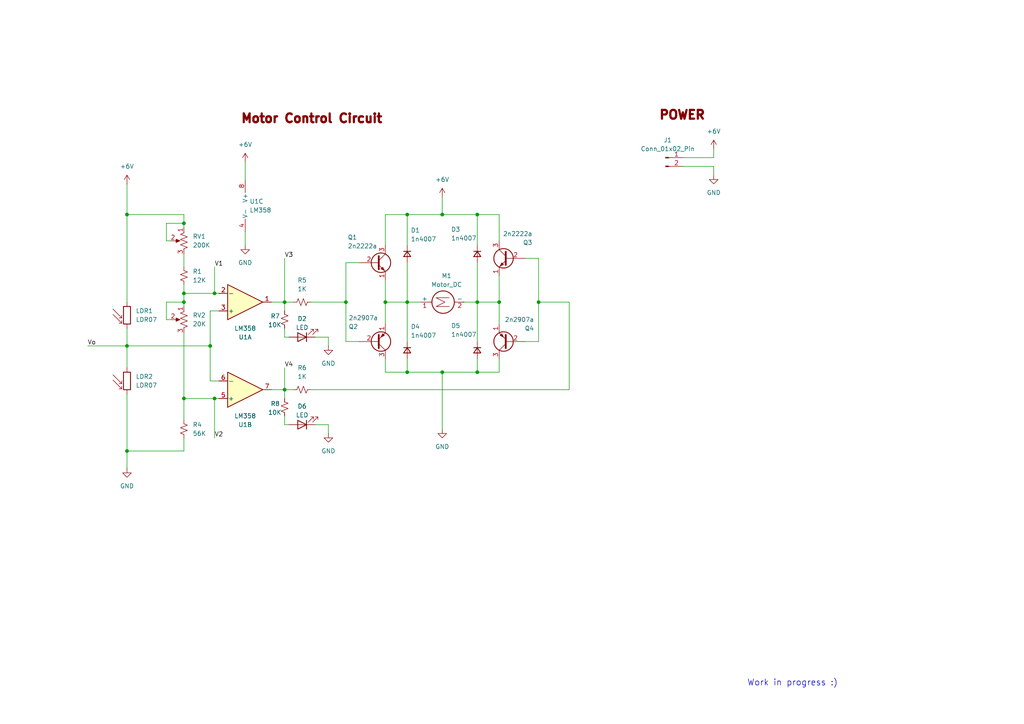
<source format=kicad_sch>
(kicad_sch (version 20231120) (generator "eeschema") (generator_version "8.0")
  (paper "A4")
  (lib_symbols
    (symbol "Amplifier_Operational:LM358" (pin_names (offset 0.127))
      (property "Reference" "U" (at 0 5.08 0))
      (property "Value" "LM358" (at 0 -5.08 0))
      (symbol "LM358_1_1"
        (polyline (pts (xy -5.08 5.08) (xy 5.08 0) (xy -5.08 -5.08) (xy -5.08 5.08)) (stroke (width 0.254)) (fill (type background)))
        (pin output line (at 7.62 0 180) (length 2.54) (name "~") (number "1"))
        (pin input line (at -7.62 -2.54 0) (length 2.54) (name "-") (number "2"))
        (pin input line (at -7.62 2.54 0) (length 2.54) (name "+") (number "3"))
      )
      (symbol "LM358_2_1"
        (polyline (pts (xy -5.08 5.08) (xy 5.08 0) (xy -5.08 -5.08) (xy -5.08 5.08)) (stroke (width 0.254)) (fill (type background)))
        (pin input line (at -7.62 2.54 0) (length 2.54) (name "+") (number "5"))
        (pin input line (at -7.62 -2.54 0) (length 2.54) (name "-") (number "6"))
        (pin output line (at 7.62 0 180) (length 2.54) (name "~") (number "7"))
      )
      (symbol "LM358_3_1"
        (pin power_in line (at -2.54 -7.62 90) (length 3.81) (name "V-") (number "4"))
        (pin power_in line (at -2.54 7.62 270) (length 3.81) (name "V+") (number "8"))
      )
    )
    (symbol "Connector:Conn_01x02_Pin" (pin_names (offset 1.016) hide)
      (property "Reference" "J" (at 0 2.54 0))
      (property "Value" "Conn_01x02_Pin" (at 0 -5.08 0))
      (symbol "Conn_01x02_Pin_1_1"
        (polyline (pts (xy 1.27 -2.54) (xy 0.8636 -2.54)) (stroke (width 0.1524)))
        (polyline (pts (xy 1.27 0) (xy 0.8636 0)) (stroke (width 0.1524)))
        (rectangle (start 0.8636 -2.413) (end 0 -2.667) (stroke (width 0.1524)) (fill (type outline)))
        (rectangle (start 0.8636 0.127) (end 0 -0.127) (stroke (width 0.1524)) (fill (type outline)))
        (pin passive line (at 5.08 0 180) (length 3.81) (name "Pin_1") (number "1"))
        (pin passive line (at 5.08 -2.54 180) (length 3.81) (name "Pin_2") (number "2"))
      )
    )
    (symbol "Device:D_Small" (pin_numbers hide) (pin_names (offset 0.254) hide)
      (property "Reference" "D" (at -1.27 2.032 0))
      (property "Value" "D_Small" (at -3.81 -2.032 0))
      (symbol "D_Small_0_1"
        (polyline (pts (xy -0.762 -1.016) (xy -0.762 1.016)) (stroke (width 0.254)))
        (polyline (pts (xy -0.762 0) (xy 0.762 0)))
        (polyline (pts (xy 0.762 -1.016) (xy -0.762 0) (xy 0.762 1.016) (xy 0.762 -1.016)) (stroke (width 0.254)))
      )
      (symbol "D_Small_1_1"
        (pin passive line (at -2.54 0 0) (length 1.778) (name "K") (number "1"))
        (pin passive line (at 2.54 0 180) (length 1.778) (name "A") (number "2"))
      )
    )
    (symbol "Device:LED" (pin_numbers hide) (pin_names (offset 1.016) hide)
      (property "Reference" "D" (at 0 2.54 0))
      (property "Value" "LED" (at 0 -2.54 0))
      (symbol "LED_0_1"
        (polyline (pts (xy -1.27 -1.27) (xy -1.27 1.27)) (stroke (width 0.254)))
        (polyline (pts (xy -1.27 0) (xy 1.27 0)))
        (polyline (pts (xy 1.27 -1.27) (xy 1.27 1.27) (xy -1.27 0) (xy 1.27 -1.27)) (stroke (width 0.254)))
        (polyline (pts (xy -3.048 -0.762) (xy -4.572 -2.286) (xy -3.81 -2.286) (xy -4.572 -2.286) (xy -4.572 -1.524)))
        (polyline (pts (xy -1.778 -0.762) (xy -3.302 -2.286) (xy -2.54 -2.286) (xy -3.302 -2.286) (xy -3.302 -1.524)))
      )
      (symbol "LED_1_1"
        (pin passive line (at -3.81 0 0) (length 2.54) (name "K") (number "1"))
        (pin passive line (at 3.81 0 180) (length 2.54) (name "A") (number "2"))
      )
    )
    (symbol "Device:Q_NPN_EBC" (pin_names (offset 0) hide)
      (property "Reference" "Q" (at 5.08 1.27 0))
      (property "Value" "Q_NPN_EBC" (at 5.08 -1.27 0))
      (symbol "Q_NPN_EBC_0_1"
        (polyline (pts (xy 0.635 0.635) (xy 2.54 2.54)))
        (polyline (pts (xy 0.635 -0.635) (xy 2.54 -2.54) (xy 2.54 -2.54)))
        (polyline (pts (xy 0.635 1.905) (xy 0.635 -1.905) (xy 0.635 -1.905)) (stroke (width 0.508)))
        (polyline (pts (xy 1.27 -1.778) (xy 1.778 -1.27) (xy 2.286 -2.286) (xy 1.27 -1.778) (xy 1.27 -1.778)) (fill (type outline)))
        (circle (center 1.27 0) (radius 2.8194) (stroke (width 0.254)))
      )
      (symbol "Q_NPN_EBC_1_1"
        (pin passive line (at 2.54 -5.08 90) (length 2.54) (name "E") (number "1"))
        (pin passive line (at -5.08 0 0) (length 5.715) (name "B") (number "2"))
        (pin passive line (at 2.54 5.08 270) (length 2.54) (name "C") (number "3"))
      )
    )
    (symbol "Device:Q_PNP_EBC" (pin_names (offset 0) hide)
      (property "Reference" "Q" (at 5.08 1.27 0))
      (property "Value" "Q_PNP_EBC" (at 5.08 -1.27 0))
      (symbol "Q_PNP_EBC_0_1"
        (polyline (pts (xy 0.635 0.635) (xy 2.54 2.54)))
        (polyline (pts (xy 0.635 -0.635) (xy 2.54 -2.54) (xy 2.54 -2.54)))
        (polyline (pts (xy 0.635 1.905) (xy 0.635 -1.905) (xy 0.635 -1.905)) (stroke (width 0.508)))
        (polyline (pts (xy 2.286 -1.778) (xy 1.778 -2.286) (xy 1.27 -1.27) (xy 2.286 -1.778) (xy 2.286 -1.778)) (fill (type outline)))
        (circle (center 1.27 0) (radius 2.8194) (stroke (width 0.254)))
      )
      (symbol "Q_PNP_EBC_1_1"
        (pin passive line (at 2.54 -5.08 90) (length 2.54) (name "E") (number "1"))
        (pin input line (at -5.08 0 0) (length 5.715) (name "B") (number "2"))
        (pin passive line (at 2.54 5.08 270) (length 2.54) (name "C") (number "3"))
      )
    )
    (symbol "Device:R_Potentiometer_US" (pin_names (offset 1.016) hide)
      (property "Reference" "RV" (at -4.445 0 90))
      (property "Value" "R_Potentiometer_US" (at -2.54 0 90))
      (symbol "R_Potentiometer_US_0_1"
        (polyline (pts (xy 0 -2.286) (xy 0 -2.54)))
        (polyline (pts (xy 0 2.54) (xy 0 2.286)))
        (polyline (pts (xy 2.54 0) (xy 1.524 0)))
        (polyline (pts (xy 1.143 0) (xy 2.286 0.508) (xy 2.286 -0.508) (xy 1.143 0)) (fill (type outline)))
        (polyline (pts (xy 0 -0.762) (xy 1.016 -1.143) (xy 0 -1.524) (xy -1.016 -1.905) (xy 0 -2.286)))
        (polyline (pts (xy 0 0.762) (xy 1.016 0.381) (xy 0 0) (xy -1.016 -0.381) (xy 0 -0.762)))
        (polyline (pts (xy 0 2.286) (xy 1.016 1.905) (xy 0 1.524) (xy -1.016 1.143) (xy 0 0.762)))
      )
      (symbol "R_Potentiometer_US_1_1"
        (pin passive line (at 0 3.81 270) (length 1.27) (name "1") (number "1"))
        (pin passive line (at 3.81 0 180) (length 1.27) (name "2") (number "2"))
        (pin passive line (at 0 -3.81 90) (length 1.27) (name "3") (number "3"))
      )
    )
    (symbol "Device:R_Small_US" (pin_numbers hide) (pin_names (offset 0.254) hide)
      (property "Reference" "R" (at 0.762 0.508 0))
      (property "Value" "R_Small_US" (at 0.762 -1.016 0))
      (symbol "R_Small_US_1_1"
        (polyline (pts (xy 0 0) (xy 1.016 -0.381) (xy 0 -0.762) (xy -1.016 -1.143) (xy 0 -1.524)))
        (polyline (pts (xy 0 1.524) (xy 1.016 1.143) (xy 0 0.762) (xy -1.016 0.381) (xy 0 0)))
        (pin passive line (at 0 2.54 270) (length 1.016) (name "~") (number "1"))
        (pin passive line (at 0 -2.54 90) (length 1.016) (name "~") (number "2"))
      )
    )
    (symbol "Motor:Motor_DC" (pin_names (offset 0))
      (property "Reference" "M" (at 2.54 2.54 0))
      (property "Value" "Motor_DC" (at 2.54 -5.08 0))
      (symbol "Motor_DC_0_0"
        (polyline (pts (xy -1.27 -3.302) (xy -1.27 0.508) (xy 0 -2.032) (xy 1.27 0.508) (xy 1.27 -3.302)))
      )
      (symbol "Motor_DC_0_1"
        (circle (center 0 -1.524) (radius 3.2512) (stroke (width 0.254)))
        (polyline (pts (xy 0 -7.62) (xy 0 -7.112)))
        (polyline (pts (xy 0 -4.7752) (xy 0 -5.1816)))
        (polyline (pts (xy 0 1.7272) (xy 0 2.0828)))
        (polyline (pts (xy 0 2.032) (xy 0 2.54)))
      )
      (symbol "Motor_DC_1_1"
        (pin passive line (at 0 5.08 270) (length 2.54) (name "+") (number "1"))
        (pin passive line (at 0 -7.62 90) (length 2.54) (name "-") (number "2"))
      )
    )
    (symbol "Sensor_Optical:LDR07" (pin_numbers hide) (pin_names (offset 0))
      (property "Reference" "R" (at -5.08 0 90))
      (property "Value" "LDR07" (at 1.905 0 90))
      (symbol "LDR07_0_1"
        (rectangle (start -1.016 2.54) (end 1.016 -2.54) (stroke (width 0.254)))
        (polyline (pts (xy -1.524 -2.286) (xy -4.064 0.254)))
        (polyline (pts (xy -1.524 -2.286) (xy -2.286 -2.286)))
        (polyline (pts (xy -1.524 -2.286) (xy -1.524 -1.524)))
        (polyline (pts (xy -1.524 -0.762) (xy -4.064 1.778)))
        (polyline (pts (xy -1.524 -0.762) (xy -2.286 -0.762)))
        (polyline (pts (xy -1.524 -0.762) (xy -1.524 0)))
      )
      (symbol "LDR07_1_1"
        (pin passive line (at 0 3.81 270) (length 1.27) (name "~") (number "1"))
        (pin passive line (at 0 -3.81 90) (length 1.27) (name "~") (number "2"))
      )
    )
    (symbol "power:+6V" (power) (pin_numbers hide) (pin_names (offset 0) hide)
      (property "Value" "+6V" (at 0 3.556 0))
      (symbol "+6V_0_1"
        (polyline (pts (xy -0.762 1.27) (xy 0 2.54)))
        (polyline (pts (xy 0 0) (xy 0 2.54)))
        (polyline (pts (xy 0 2.54) (xy 0.762 1.27)))
      )
      (symbol "+6V_1_1"
        (pin power_in line (at 0 0 90) (length 0) (name "~") (number "1"))
      )
    )
    (symbol "power:GND" (power) (pin_numbers hide) (pin_names (offset 0) hide)
      (property "Value" "GND" (at 0 -3.81 0))
      (symbol "GND_0_1"
        (polyline (pts (xy 0 0) (xy 0 -1.27) (xy 1.27 -1.27) (xy 0 -2.54) (xy -1.27 -1.27) (xy 0 -1.27)))
      )
      (symbol "GND_1_1"
        (pin power_in line (at 0 0 270) (length 0) (name "~") (number "1"))
      )
    )
  )
  (junction (at 62.23 85.09))
  (junction (at 82.55 113.03))
  (junction (at 138.43 107.95))
  (junction (at 111.76 87.63))
  (junction (at 53.34 115.57))
  (junction (at 128.27 107.95))
  (junction (at 118.11 107.95))
  (junction (at 36.83 130.81))
  (junction (at 128.27 62.23))
  (junction (at 82.55 87.63))
  (junction (at 144.78 87.63))
  (junction (at 36.83 62.23))
  (junction (at 100.33 87.63))
  (junction (at 118.11 62.23))
  (junction (at 60.96 100.33))
  (junction (at 36.83 100.33))
  (junction (at 53.34 85.09))
  (junction (at 156.21 87.63))
  (junction (at 118.11 87.63))
  (junction (at 138.43 87.63))
  (junction (at 138.43 62.23))
  (junction (at 62.23 115.57))
  (junction (at 53.34 87.63))
  (junction (at 53.34 64.77))
  (wire (pts (xy 111.76 81.28) (xy 111.76 87.63)))
  (wire (pts (xy 128.27 107.95) (xy 128.27 124.46)))
  (wire (pts (xy 138.43 87.63) (xy 138.43 99.06)))
  (wire (pts (xy 53.34 115.57) (xy 62.23 115.57)))
  (wire (pts (xy 144.78 107.95) (xy 144.78 104.14)))
  (wire (pts (xy 111.76 71.12) (xy 111.76 62.23)))
  (wire (pts (xy 62.23 127) (xy 62.23 115.57)))
  (wire (pts (xy 118.11 76.2) (xy 118.11 87.63)))
  (wire (pts (xy 165.1 87.63) (xy 156.21 87.63)))
  (wire (pts (xy 111.76 62.23) (xy 118.11 62.23)))
  (wire (pts (xy 118.11 87.63) (xy 121.92 87.63)))
  (wire (pts (xy 78.74 113.03) (xy 82.55 113.03)))
  (wire (pts (xy 118.11 107.95) (xy 128.27 107.95)))
  (wire (pts (xy 118.11 87.63) (xy 118.11 99.06)))
  (wire (pts (xy 49.53 92.71) (xy 48.26 92.71)))
  (wire (pts (xy 53.34 87.63) (xy 53.34 88.9)))
  (wire (pts (xy 165.1 113.03) (xy 165.1 87.63)))
  (wire (pts (xy 71.12 46.99) (xy 71.12 52.07)))
  (wire (pts (xy 71.12 67.31) (xy 71.12 71.12)))
  (wire (pts (xy 53.34 127) (xy 53.34 130.81)))
  (wire (pts (xy 53.34 85.09) (xy 53.34 87.63)))
  (wire (pts (xy 118.11 62.23) (xy 128.27 62.23)))
  (wire (pts (xy 53.34 64.77) (xy 53.34 62.23)))
  (wire (pts (xy 138.43 107.95) (xy 144.78 107.95)))
  (wire (pts (xy 82.55 95.25) (xy 82.55 97.79)))
  (wire (pts (xy 111.76 87.63) (xy 118.11 87.63)))
  (wire (pts (xy 198.12 48.26) (xy 207.01 48.26)))
  (wire (pts (xy 53.34 85.09) (xy 53.34 82.55)))
  (wire (pts (xy 82.55 97.79) (xy 83.82 97.79)))
  (wire (pts (xy 62.23 85.09) (xy 53.34 85.09)))
  (wire (pts (xy 128.27 57.15) (xy 128.27 62.23)))
  (wire (pts (xy 207.01 48.26) (xy 207.01 50.8)))
  (wire (pts (xy 138.43 71.12) (xy 138.43 62.23)))
  (wire (pts (xy 53.34 66.04) (xy 53.34 64.77)))
  (wire (pts (xy 36.83 130.81) (xy 36.83 135.89)))
  (wire (pts (xy 48.26 92.71) (xy 48.26 87.63)))
  (wire (pts (xy 60.96 100.33) (xy 60.96 110.49)))
  (wire (pts (xy 82.55 87.63) (xy 85.09 87.63)))
  (wire (pts (xy 82.55 113.03) (xy 82.55 115.57)))
  (wire (pts (xy 82.55 113.03) (xy 85.09 113.03)))
  (wire (pts (xy 49.53 69.85) (xy 48.26 69.85)))
  (wire (pts (xy 111.76 107.95) (xy 118.11 107.95)))
  (wire (pts (xy 138.43 87.63) (xy 144.78 87.63)))
  (wire (pts (xy 144.78 87.63) (xy 144.78 93.98)))
  (wire (pts (xy 128.27 62.23) (xy 138.43 62.23)))
  (wire (pts (xy 111.76 87.63) (xy 111.76 93.98)))
  (wire (pts (xy 60.96 110.49) (xy 63.5 110.49)))
  (wire (pts (xy 100.33 76.2) (xy 100.33 87.63)))
  (wire (pts (xy 53.34 73.66) (xy 53.34 77.47)))
  (wire (pts (xy 36.83 53.34) (xy 36.83 62.23)))
  (wire (pts (xy 36.83 100.33) (xy 36.83 106.68)))
  (wire (pts (xy 207.01 45.72) (xy 207.01 43.18)))
  (wire (pts (xy 104.14 76.2) (xy 100.33 76.2)))
  (wire (pts (xy 198.12 45.72) (xy 207.01 45.72)))
  (wire (pts (xy 62.23 77.47) (xy 62.23 85.09)))
  (wire (pts (xy 100.33 99.06) (xy 104.14 99.06)))
  (wire (pts (xy 82.55 120.65) (xy 82.55 123.19)))
  (wire (pts (xy 156.21 74.93) (xy 156.21 87.63)))
  (wire (pts (xy 63.5 90.17) (xy 60.96 90.17)))
  (wire (pts (xy 91.44 123.19) (xy 95.25 123.19)))
  (wire (pts (xy 95.25 97.79) (xy 95.25 100.33)))
  (wire (pts (xy 53.34 130.81) (xy 36.83 130.81)))
  (wire (pts (xy 48.26 64.77) (xy 53.34 64.77)))
  (wire (pts (xy 152.4 74.93) (xy 156.21 74.93)))
  (wire (pts (xy 62.23 115.57) (xy 63.5 115.57)))
  (wire (pts (xy 95.25 123.19) (xy 95.25 125.73)))
  (wire (pts (xy 91.44 97.79) (xy 95.25 97.79)))
  (wire (pts (xy 144.78 80.01) (xy 144.78 87.63)))
  (wire (pts (xy 138.43 76.2) (xy 138.43 87.63)))
  (wire (pts (xy 36.83 62.23) (xy 36.83 87.63)))
  (wire (pts (xy 90.17 87.63) (xy 100.33 87.63)))
  (wire (pts (xy 156.21 99.06) (xy 152.4 99.06)))
  (wire (pts (xy 36.83 114.3) (xy 36.83 130.81)))
  (wire (pts (xy 63.5 85.09) (xy 62.23 85.09)))
  (wire (pts (xy 118.11 62.23) (xy 118.11 71.12)))
  (wire (pts (xy 78.74 87.63) (xy 82.55 87.63)))
  (wire (pts (xy 90.17 113.03) (xy 165.1 113.03)))
  (wire (pts (xy 138.43 104.14) (xy 138.43 107.95)))
  (wire (pts (xy 138.43 62.23) (xy 144.78 62.23)))
  (wire (pts (xy 82.55 74.93) (xy 82.55 87.63)))
  (wire (pts (xy 82.55 123.19) (xy 83.82 123.19)))
  (wire (pts (xy 53.34 96.52) (xy 53.34 115.57)))
  (wire (pts (xy 156.21 87.63) (xy 156.21 99.06)))
  (wire (pts (xy 134.62 87.63) (xy 138.43 87.63)))
  (wire (pts (xy 82.55 87.63) (xy 82.55 90.17)))
  (wire (pts (xy 53.34 115.57) (xy 53.34 121.92)))
  (wire (pts (xy 100.33 87.63) (xy 100.33 99.06)))
  (wire (pts (xy 60.96 90.17) (xy 60.96 100.33)))
  (wire (pts (xy 48.26 69.85) (xy 48.26 64.77)))
  (wire (pts (xy 82.55 106.68) (xy 82.55 113.03)))
  (wire (pts (xy 25.4 100.33) (xy 36.83 100.33)))
  (wire (pts (xy 36.83 100.33) (xy 60.96 100.33)))
  (wire (pts (xy 111.76 104.14) (xy 111.76 107.95)))
  (wire (pts (xy 48.26 87.63) (xy 53.34 87.63)))
  (wire (pts (xy 36.83 95.25) (xy 36.83 100.33)))
  (wire (pts (xy 144.78 62.23) (xy 144.78 69.85)))
  (wire (pts (xy 128.27 107.95) (xy 138.43 107.95)))
  (wire (pts (xy 53.34 62.23) (xy 36.83 62.23)))
  (wire (pts (xy 118.11 104.14) (xy 118.11 107.95)))
  (text "Motor Control Circuit" (at 90.424 34.544 0) (effects (font (size 2.54 2.54) (thickness 1.016) (bold yes))))
  (text "POWER" (at 197.866 33.528 0) (effects (font (size 2.54 2.54) (thickness 1.016) (bold yes))))
  (text "Work in progress :)" (at 229.87 198.12 0) (effects (font (size 1.778 1.778))))
  (label "V4" (at 82.55 106.68 0))
  (label "V2" (at 62.23 127 0))
  (label "Vo" (at 25.4 100.33 0))
  (label "V1" (at 62.23 77.47 0))
  (label "V3" (at 82.55 74.93 0))
  (symbol (lib_id "power:+6V") (at 207.01 43.18 0) (unit 1)
    (property "Reference" "#PWR09" (effects (hide yes)))
    (property "Value" "+6V" (at 207.01 38.1 0))
    (property "Description" "Power symbol creates a global label with name \"+6V\"" (effects (hide yes)))
  )
  (symbol (lib_id "power:+6V") (at 128.27 57.15 0) (unit 1)
    (property "Reference" "#PWR05" (effects (hide yes)))
    (property "Value" "+6V" (at 128.27 52.07 0))
    (property "Description" "Power symbol creates a global label with name \"+6V\"" (effects (hide yes)))
  )
  (symbol (lib_id "Device:R_Small_US") (at 82.55 92.71 180) (unit 1)
    (property "Reference" "R7" (at 78.486 91.694 0) (effects (justify right)))
    (property "Value" "10K" (at 77.724 94.234 0) (effects (justify right)))
    (property "Footprint" "Resistor_THT:R_Axial_DIN0207_L6.3mm_D2.5mm_P7.62mm_Horizontal" (effects (hide yes)))
    (property "Description" "Resistor, small US symbol" (effects (hide yes)))
  )
  (symbol (lib_id "Device:Q_PNP_EBC") (at 147.32 99.06 180) (unit 1)
    (property "Reference" "Q4" (at 154.94 95.25 0) (effects (justify left)))
    (property "Value" "2n2907a" (at 154.94 92.71 0) (effects (justify left)))
    (property "Footprint" "Package_TO_SOT_THT:TO-92L_Inline_Wide" (effects (hide yes)))
    (property "Description" "PNP transistor, emitter/base/collector" (effects (hide yes)))
  )
  (symbol (lib_id "Device:R_Small_US") (at 87.63 87.63 90) (unit 1)
    (property "Reference" "R5" (at 87.63 81.28 90))
    (property "Value" "1K" (at 87.63 83.82 90))
    (property "Footprint" "Resistor_THT:R_Axial_DIN0207_L6.3mm_D2.5mm_P7.62mm_Horizontal" (effects (hide yes)))
    (property "Description" "Resistor, small US symbol" (effects (hide yes)))
  )
  (symbol (lib_id "Device:Q_PNP_EBC") (at 109.22 99.06 0) (mirror x) (unit 1)
    (property "Reference" "Q2" (at 101.092 94.742 0) (effects (justify left)))
    (property "Value" "2n2907a" (at 101.092 92.202 0) (effects (justify left)))
    (property "Footprint" "Package_TO_SOT_THT:TO-92L_Inline_Wide" (effects (hide yes)))
    (property "Description" "PNP transistor, emitter/base/collector" (effects (hide yes)))
  )
  (symbol (lib_id "Device:R_Small_US") (at 53.34 80.01 0) (unit 1)
    (property "Reference" "R1" (at 55.88 78.7399 0) (effects (justify left)))
    (property "Value" "12K" (at 55.88 81.2799 0) (effects (justify left)))
    (property "Footprint" "Resistor_THT:R_Axial_DIN0207_L6.3mm_D2.5mm_P7.62mm_Horizontal" (effects (hide yes)))
    (property "Description" "Resistor, small US symbol" (effects (hide yes)))
  )
  (symbol (lib_id "Device:Q_NPN_EBC") (at 147.32 74.93 0) (mirror y) (unit 1)
    (property "Reference" "Q3" (at 154.432 70.358 0) (effects (justify left)))
    (property "Value" "2n2222a" (at 154.432 67.818 0) (effects (justify left)))
    (property "Footprint" "Package_TO_SOT_THT:TO-92L_Inline_Wide" (effects (hide yes)))
    (property "Description" "NPN transistor, emitter/base/collector" (effects (hide yes)))
  )
  (symbol (lib_id "Amplifier_Operational:LM358") (at 71.12 87.63 0) (mirror x) (unit 1)
    (property "Reference" "U1" (at 71.12 97.79 0))
    (property "Value" "LM358" (at 71.12 95.25 0))
    (property "Footprint" "Package_DIP:DIP-8_W7.62mm" (effects (hide yes)))
    (property "Datasheet" "http://www.ti.com/lit/ds/symlink/lm2904-n.pdf" (effects (hide yes)))
    (property "Description" "Low-Power, Dual Operational Amplifiers, DIP-8/SOIC-8/TO-99-8" (effects (hide yes)))
  )
  (symbol (lib_id "Amplifier_Operational:LM358") (at 73.66 59.69 0) (unit 3)
    (property "Reference" "U1" (at 72.39 58.4199 0) (effects (justify left)))
    (property "Value" "LM358" (at 72.39 60.9599 0) (effects (justify left)))
    (property "Footprint" "Package_DIP:DIP-8_W7.62mm" (effects (hide yes)))
    (property "Datasheet" "http://www.ti.com/lit/ds/symlink/lm2904-n.pdf" (effects (hide yes)))
    (property "Description" "Low-Power, Dual Operational Amplifiers, DIP-8/SOIC-8/TO-99-8" (effects (hide yes)))
  )
  (symbol (lib_id "Device:D_Small") (at 118.11 73.66 270) (unit 1)
    (property "Reference" "D1" (at 119.126 66.802 90) (effects (justify left)))
    (property "Value" "1n4007" (at 119.126 69.342 90) (effects (justify left)))
    (property "Footprint" "Diode_THT:D_A-405_P7.62mm_Horizontal" (effects (hide yes)))
    (property "Description" "Diode, small symbol" (effects (hide yes)))
    (property "Sim.Device" "D" (effects (hide yes)))
    (property "Sim.Pins" "1=K 2=A" (effects (hide yes)))
  )
  (symbol (lib_id "Sensor_Optical:LDR07") (at 36.83 110.49 0) (unit 1)
    (property "Reference" "LDR2" (at 39.37 109.2199 0) (effects (justify left)))
    (property "Value" "LDR07" (at 39.37 111.7599 0) (effects (justify left)))
    (property "Footprint" "TerminalBlock:TerminalBlock_Altech_AK300-2_P5.00mm" (effects (hide yes)))
    (property "Datasheet" "http://www.tme.eu/de/Document/f2e3ad76a925811312d226c31da4cd7e/LDR07.pdf" (effects (hide yes)))
    (property "Description" "light dependent resistor" (effects (hide yes)))
  )
  (symbol (lib_id "Device:R_Potentiometer_US") (at 53.34 69.85 0) (mirror y) (unit 1)
    (property "Reference" "RV1" (at 55.88 68.5799 0) (effects (justify right)))
    (property "Value" "200K" (at 55.88 71.1199 0) (effects (justify right)))
    (property "Footprint" "User_Library:BOJACK_Potentiometer" (effects (hide yes)))
    (property "Description" "Potentiometer, US symbol" (effects (hide yes)))
  )
  (symbol (lib_id "Device:LED") (at 87.63 123.19 180) (unit 1)
    (property "Reference" "D6" (at 87.63 117.856 0))
    (property "Value" "LED" (at 87.63 120.396 0))
    (property "Footprint" "LED_THT:LED_D5.0mm" (effects (hide yes)))
    (property "Description" "Light emitting diode" (effects (hide yes)))
  )
  (symbol (lib_id "power:GND") (at 207.01 50.8 0) (unit 1)
    (property "Reference" "#PWR010" (effects (hide yes)))
    (property "Value" "GND" (at 207.01 55.88 0))
    (property "Description" "Power symbol creates a global label with name \"GND\" , ground" (effects (hide yes)))
  )
  (symbol (lib_id "power:+6V") (at 36.83 53.34 0) (unit 1)
    (property "Reference" "#PWR04" (effects (hide yes)))
    (property "Value" "+6V" (at 36.83 48.26 0))
    (property "Description" "Power symbol creates a global label with name \"+6V\"" (effects (hide yes)))
  )
  (symbol (lib_id "power:+6V") (at 71.12 46.99 0) (unit 1)
    (property "Reference" "#PWR07" (effects (hide yes)))
    (property "Value" "+6V" (at 71.12 41.91 0))
    (property "Description" "Power symbol creates a global label with name \"+6V\"" (effects (hide yes)))
  )
  (symbol (lib_id "Device:D_Small") (at 138.43 73.66 270) (unit 1)
    (property "Reference" "D3" (at 130.81 66.548 90) (effects (justify left)))
    (property "Value" "1n4007" (at 130.81 69.088 90) (effects (justify left)))
    (property "Footprint" "Diode_THT:D_A-405_P7.62mm_Horizontal" (effects (hide yes)))
    (property "Description" "Diode, small symbol" (effects (hide yes)))
    (property "Sim.Device" "D" (effects (hide yes)))
    (property "Sim.Pins" "1=K 2=A" (effects (hide yes)))
  )
  (symbol (lib_id "power:GND") (at 36.83 135.89 0) (unit 1)
    (property "Reference" "#PWR01" (effects (hide yes)))
    (property "Value" "GND" (at 36.83 140.97 0))
    (property "Description" "Power symbol creates a global label with name \"GND\" , ground" (effects (hide yes)))
  )
  (symbol (lib_id "power:GND") (at 128.27 124.46 0) (unit 1)
    (property "Reference" "#PWR08" (effects (hide yes)))
    (property "Value" "GND" (at 128.27 129.54 0))
    (property "Description" "Power symbol creates a global label with name \"GND\" , ground" (effects (hide yes)))
  )
  (symbol (lib_id "Device:R_Potentiometer_US") (at 53.34 92.71 0) (mirror y) (unit 1)
    (property "Reference" "RV2" (at 55.88 91.4399 0) (effects (justify right)))
    (property "Value" "20K" (at 55.88 93.9799 0) (effects (justify right)))
    (property "Footprint" "User_Library:BOJACK_Potentiometer" (effects (hide yes)))
    (property "Description" "Potentiometer, US symbol" (effects (hide yes)))
  )
  (symbol (lib_id "Device:LED") (at 87.63 97.79 180) (unit 1)
    (property "Reference" "D2" (at 87.63 92.456 0))
    (property "Value" "LED" (at 87.63 94.996 0))
    (property "Footprint" "LED_THT:LED_D5.0mm" (effects (hide yes)))
    (property "Description" "Light emitting diode" (effects (hide yes)))
  )
  (symbol (lib_id "Sensor_Optical:LDR07") (at 36.83 91.44 0) (unit 1)
    (property "Reference" "LDR1" (at 39.37 90.1699 0) (effects (justify left)))
    (property "Value" "LDR07" (at 39.37 92.7099 0) (effects (justify left)))
    (property "Footprint" "TerminalBlock:TerminalBlock_Altech_AK300-2_P5.00mm" (effects (hide yes)))
    (property "Datasheet" "http://www.tme.eu/de/Document/f2e3ad76a925811312d226c31da4cd7e/LDR07.pdf" (effects (hide yes)))
    (property "Description" "light dependent resistor" (effects (hide yes)))
  )
  (symbol (lib_id "Device:R_Small_US") (at 53.34 124.46 0) (unit 1)
    (property "Reference" "R4" (at 55.88 123.1899 0) (effects (justify left)))
    (property "Value" "56K" (at 55.88 125.7299 0) (effects (justify left)))
    (property "Footprint" "Resistor_THT:R_Axial_DIN0207_L6.3mm_D2.5mm_P7.62mm_Horizontal" (effects (hide yes)))
    (property "Description" "Resistor, small US symbol" (effects (hide yes)))
  )
  (symbol (lib_id "Device:Q_NPN_EBC") (at 109.22 76.2 0) (unit 1)
    (property "Reference" "Q1" (at 100.838 68.834 0) (effects (justify left)))
    (property "Value" "2n2222a" (at 100.838 71.374 0) (effects (justify left)))
    (property "Footprint" "Package_TO_SOT_THT:TO-92L_Inline_Wide" (effects (hide yes)))
    (property "Description" "NPN transistor, emitter/base/collector" (effects (hide yes)))
  )
  (symbol (lib_id "power:GND") (at 95.25 125.73 0) (unit 1)
    (property "Reference" "#PWR03" (effects (hide yes)))
    (property "Value" "GND" (at 95.25 130.81 0))
    (property "Description" "Power symbol creates a global label with name \"GND\" , ground" (effects (hide yes)))
  )
  (symbol (lib_id "Device:R_Small_US") (at 87.63 113.03 90) (unit 1)
    (property "Reference" "R6" (at 87.63 106.68 90))
    (property "Value" "1K" (at 87.63 109.22 90))
    (property "Footprint" "Resistor_THT:R_Axial_DIN0207_L6.3mm_D2.5mm_P7.62mm_Horizontal" (effects (hide yes)))
    (property "Description" "Resistor, small US symbol" (effects (hide yes)))
  )
  (symbol (lib_id "Motor:Motor_DC") (at 127 87.63 90) (unit 1)
    (property "Reference" "M1" (at 129.54 80.01 90))
    (property "Value" "Motor_DC" (at 129.54 82.55 90))
    (property "Footprint" "TerminalBlock:TerminalBlock_Altech_AK300-2_P5.00mm" (effects (hide yes)))
    (property "Description" "DC Motor" (effects (hide yes)))
  )
  (symbol (lib_id "Device:D_Small") (at 138.43 101.6 270) (unit 1)
    (property "Reference" "D5" (at 130.81 94.488 90) (effects (justify left)))
    (property "Value" "1n4007" (at 130.81 97.028 90) (effects (justify left)))
    (property "Footprint" "Diode_THT:D_A-405_P7.62mm_Horizontal" (effects (hide yes)))
    (property "Description" "Diode, small symbol" (effects (hide yes)))
    (property "Sim.Device" "D" (effects (hide yes)))
    (property "Sim.Pins" "1=K 2=A" (effects (hide yes)))
  )
  (symbol (lib_id "Connector:Conn_01x02_Pin") (at 193.04 45.72 0) (unit 1)
    (property "Reference" "J1" (at 193.675 40.64 0))
    (property "Value" "Conn_01x02_Pin" (at 193.675 43.18 0))
    (property "Footprint" "Connector_PinHeader_2.54mm:PinHeader_1x02_P2.54mm_Vertical" (effects (hide yes)))
    (property "Description" "Generic connector, single row, 01x02, script generated" (effects (hide yes)))
  )
  (symbol (lib_id "Device:D_Small") (at 118.11 101.6 270) (unit 1)
    (property "Reference" "D4" (at 119.126 94.742 90) (effects (justify left)))
    (property "Value" "1n4007" (at 119.126 97.282 90) (effects (justify left)))
    (property "Footprint" "Diode_THT:D_A-405_P7.62mm_Horizontal" (effects (hide yes)))
    (property "Description" "Diode, small symbol" (effects (hide yes)))
    (property "Sim.Device" "D" (effects (hide yes)))
    (property "Sim.Pins" "1=K 2=A" (effects (hide yes)))
  )
  (symbol (lib_id "Device:R_Small_US") (at 82.55 118.11 180) (unit 1)
    (property "Reference" "R8" (at 78.486 117.094 0) (effects (justify right)))
    (property "Value" "10K" (at 77.724 119.634 0) (effects (justify right)))
    (property "Footprint" "Resistor_THT:R_Axial_DIN0207_L6.3mm_D2.5mm_P7.62mm_Horizontal" (effects (hide yes)))
    (property "Description" "Resistor, small US symbol" (effects (hide yes)))
  )
  (symbol (lib_id "power:GND") (at 71.12 71.12 0) (unit 1)
    (property "Reference" "#PWR06" (effects (hide yes)))
    (property "Value" "GND" (at 71.12 76.2 0))
    (property "Description" "Power symbol creates a global label with name \"GND\" , ground" (effects (hide yes)))
  )
  (symbol (lib_id "Amplifier_Operational:LM358") (at 71.12 113.03 0) (mirror x) (unit 2)
    (property "Reference" "U1" (at 71.12 123.19 0))
    (property "Value" "LM358" (at 71.12 120.65 0))
    (property "Footprint" "Package_DIP:DIP-8_W7.62mm" (effects (hide yes)))
    (property "Datasheet" "http://www.ti.com/lit/ds/symlink/lm2904-n.pdf" (effects (hide yes)))
    (property "Description" "Low-Power, Dual Operational Amplifiers, DIP-8/SOIC-8/TO-99-8" (effects (hide yes)))
  )
  (symbol (lib_id "power:GND") (at 95.25 100.33 0) (unit 1)
    (property "Reference" "#PWR02" (effects (hide yes)))
    (property "Value" "GND" (at 95.25 105.41 0))
    (property "Description" "Power symbol creates a global label with name \"GND\" , ground" (effects (hide yes)))
  )
)
</source>
